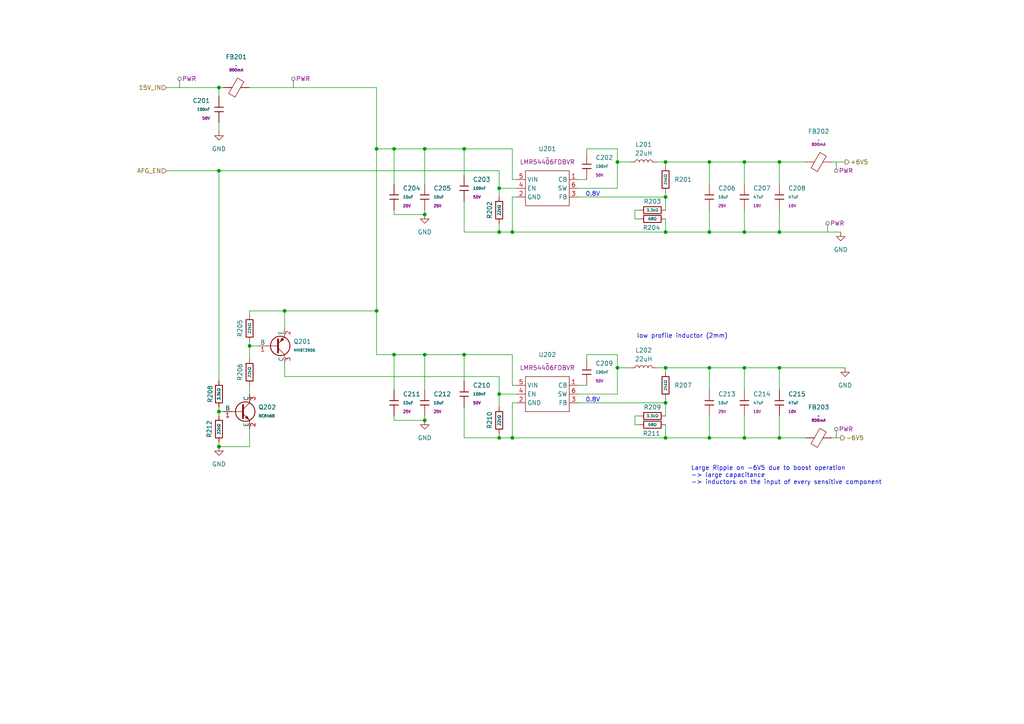
<source format=kicad_sch>
(kicad_sch (version 20250114) (generator "eeschema") (generator_version "9.0")
  (paper "A4")
  (title_block (title "AWG for DHO8/900") (date "2025-05") (rev "V1") (company "M. Zimmermann"))
  (lib_symbols
    (symbol "0603,3.3kΩ_1" (pin_numbers (hide yes)) (pin_names (offset 0))
      (property "Reference" "R" (at 1.778 0 0))
      (property "Value" "3.3kΩ" (at 0 0 90))
      (symbol "0603,3.3kΩ_1_1_1"
        (pin passive line (at 0 3.81 270) (length 1.27) (name "~") (number "1"))
        (pin passive line (at 0 -3.81 90) (length 1.27) (name "~") (number "2"))
      )
    )
    (symbol "AWG_Symbol:LMR54406FDBVR"
      (property "Reference" "U" (at 0 0 0))
      (property "Manufacturer Part" "LMR54406FDBVR" (at 0 0 0))
      (symbol "LMR54406FDBVR_1_0"
        (pin unspecified line (at -8.89 2.54 0) (length 2.54) (name "VIN") (number "5"))
        (pin unspecified line (at -8.89 0 0) (length 2.54) (name "EN") (number "4"))
        (pin unspecified line (at -8.89 -2.54 0) (length 2.54) (name "GND") (number "2"))
        (pin unspecified line (at 8.89 2.54 180) (length 2.54) (name "CB") (number "1"))
        (pin unspecified line (at 8.89 0 180) (length 2.54) (name "SW") (number "6"))
        (pin unspecified line (at 8.89 -2.54 180) (length 2.54) (name "FB") (number "3"))
      )
    )
    (symbol "AWG_Symbol:LQH5BPN220MT0L" (pin_numbers (hide yes)) (pin_names (offset 1.016) (hide yes))
      (property "Reference" "L" (at -1.27 0 90))
      (property "Value" "22uH" (at 1.905 0 90))
      (symbol "LQH5BPN220MT0L_1_1"
        (pin passive line (at 0 3.81 270) (length 1.27) (name "1") (number "1"))
        (pin passive line (at 0 -3.81 90) (length 1.27) (name "2") (number "2"))
      )
    )
    (symbol "PCM_JLCPCB-Capacitors:0603,100nF" (pin_numbers (hide yes)) (pin_names (offset 0))
      (property "Reference" "C" (at 2.032 1.668 0))
      (property "Value" "100nF" (at 2.032 -0.3782 0))
      (property "Voltage Rated" "50V" (at 2.032 -2.0462 0))
      (symbol "0603,100nF_1_1"
        (pin passive line (at 0 3.81 270) (length 3.175) (name "~") (number "1"))
        (pin passive line (at 0 -3.81 90) (length 3.175) (name "~") (number "2"))
      )
    )
    (symbol "PCM_JLCPCB-Capacitors:0805,10uF" (pin_numbers (hide yes)) (pin_names (offset 0))
      (property "Reference" "C" (at 2.032 1.668 0))
      (property "Value" "10uF" (at 2.032 -0.3782 0))
      (property "Voltage Rated" "25V" (at 2.032 -2.0462 0))
      (symbol "0805,10uF_1_1"
        (pin passive line (at 0 3.81 270) (length 3.175) (name "~") (number "1"))
        (pin passive line (at 0 -3.81 90) (length 3.175) (name "~") (number "2"))
      )
    )
    (symbol "PCM_JLCPCB-Capacitors:1206,47uF" (pin_numbers (hide yes)) (pin_names (offset 0))
      (property "Reference" "C" (at 2.032 1.668 0))
      (property "Value" "47uF" (at 2.032 -0.3782 0))
      (property "Voltage Rated" "10V" (at 2.032 -2.0462 0))
      (symbol "1206,47uF_1_1"
        (pin passive line (at 0 3.81 270) (length 3.175) (name "~") (number "1"))
        (pin passive line (at 0 -3.81 90) (length 3.175) (name "~") (number "2"))
      )
    )
    (symbol "PCM_JLCPCB-Inductors:Ferrite,0805" (pin_numbers (hide yes)) (pin_names (offset 0))
      (property "Reference" "FB" (at 3.4036 1.2508 0))
      (property "Current Rating" "800mA" (at 3.4036 -1.5274 0))
      (symbol "Ferrite,0805_1_1"
        (pin passive line (at 0 3.81 270) (length 2.54) (name "~") (number "1"))
        (pin passive line (at 0 -3.81 90) (length 2.54) (name "~") (number "2"))
      )
    )
    (symbol "PCM_JLCPCB-Resistors:0603,22kΩ" (pin_numbers (hide yes)) (pin_names (offset 0))
      (property "Reference" "R" (at 1.778 0 0))
      (property "Value" "22kΩ" (at 0 0 90))
      (symbol "0603,22kΩ_1_1"
        (pin passive line (at 0 3.81 270) (length 1.27) (name "~") (number "1"))
        (pin passive line (at 0 -3.81 90) (length 1.27) (name "~") (number "2"))
      )
    )
    (symbol "PCM_JLCPCB-Resistors:0603,24kΩ" (pin_numbers (hide yes)) (pin_names (offset 0))
      (property "Reference" "R" (at 1.778 0 0))
      (property "Value" "24kΩ" (at 0 0 90))
      (symbol "0603,24kΩ_1_1"
        (pin passive line (at 0 3.81 270) (length 1.27) (name "~") (number "1"))
        (pin passive line (at 0 -3.81 90) (length 1.27) (name "~") (number "2"))
      )
    )
    (symbol "PCM_JLCPCB-Resistors:0603,3.3kΩ" (pin_numbers (hide yes)) (pin_names (offset 0))
      (property "Reference" "R" (at 1.778 0 0))
      (property "Value" "3.3kΩ" (at 0 0 90))
      (symbol "0603,3.3kΩ_1_1"
        (pin passive line (at 0 3.81 270) (length 1.27) (name "~") (number "1"))
        (pin passive line (at 0 -3.81 90) (length 1.27) (name "~") (number "2"))
      )
    )
    (symbol "PCM_JLCPCB-Resistors:0603,68Ω" (pin_numbers (hide yes)) (pin_names (offset 0))
      (property "Reference" "R" (at 1.778 0 0))
      (property "Value" "68Ω" (at 0 0 90))
      (symbol "0603,68Ω_1_1"
        (pin passive line (at 0 3.81 270) (length 1.27) (name "~") (number "1"))
        (pin passive line (at 0 -3.81 90) (length 1.27) (name "~") (number "2"))
      )
    )
    (symbol "PCM_JLCPCB-Transistors:NPN,BC846B" (pin_names (offset 0))
      (property "Reference" "Q" (at 4.8514 0.834 0))
      (property "Value" "BC846B" (at 4.8514 -1.2122 0))
      (symbol "NPN,BC846B_1_1"
        (pin input line (at -5.08 0 0) (length 2.54) (name "B") (number "1"))
        (pin open_collector line (at 2.54 5.08 270) (length 2.54) (name "C") (number "3"))
        (pin open_emitter line (at 2.54 -5.08 90) (length 2.54) (name "E") (number "2"))
      )
    )
    (symbol "PCM_JLCPCB-Transistors:PNP,MMBT3906" (pin_names (offset 0))
      (property "Reference" "Q" (at 4.8514 0.834 0))
      (property "Value" "MMBT3906" (at 4.8514 -1.2122 0))
      (symbol "PNP,MMBT3906_1_1"
        (pin input line (at -5.08 0 0) (length 2.54) (name "B") (number "1"))
        (pin open_collector line (at 2.54 5.08 270) (length 2.54) (name "C") (number "3"))
        (pin open_emitter line (at 2.54 -5.08 90) (length 2.54) (name "E") (number "2"))
      )
    )
    (symbol "power:GND" (power) (pin_numbers (hide yes)) (pin_names (offset 0) (hide yes))
      (property "Value" "GND" (at 0 -3.81 0))
      (symbol "GND_1_1"
        (pin power_in line (at 0 0 270) (length 0) (name "~") (number "1"))
      )
    )
  )
  (text "0.8V" (at 171.958 56.388 0) (effects (font (size 1.27 1.27))))
  (text "0.8V" (at 171.958 116.078 0) (effects (font (size 1.27 1.27))))
  (text "Large Ripple on -6V5 due to boost operation\n-> large capacitance\n-> inductors on the input of every sensitive component" (at 200.406 137.922 0) (effects (font (size 1.27 1.27)) (justify left)))
  (text "low profile inductor (2mm)" (at 184.658 97.536 0) (effects (font (size 1.27 1.27)) (justify left)))
  (junction (at 226.06 46.99))
  (junction (at 205.74 127))
  (junction (at 144.78 114.3))
  (junction (at 215.9 67.31))
  (junction (at 215.9 106.68))
  (junction (at 226.06 127))
  (junction (at 134.62 102.87))
  (junction (at 63.5 119.38))
  (junction (at 193.04 116.84))
  (junction (at 193.04 127))
  (junction (at 179.07 46.99))
  (junction (at 114.3 43.18))
  (junction (at 179.07 106.68))
  (junction (at 205.74 46.99))
  (junction (at 63.5 49.53))
  (junction (at 123.19 121.92))
  (junction (at 72.39 100.33))
  (junction (at 109.22 43.18))
  (junction (at 82.55 90.17))
  (junction (at 114.3 102.87))
  (junction (at 144.78 54.61))
  (junction (at 123.19 62.23))
  (junction (at 144.78 127))
  (junction (at 109.22 90.17))
  (junction (at 215.9 127))
  (junction (at 226.06 106.68))
  (junction (at 63.5 129.54))
  (junction (at 63.5 25.4))
  (junction (at 215.9 46.99))
  (junction (at 226.06 67.31))
  (junction (at 193.04 67.31))
  (junction (at 205.74 106.68))
  (junction (at 193.04 46.99))
  (junction (at 193.04 106.68))
  (junction (at 148.59 67.31))
  (junction (at 123.19 102.87))
  (junction (at 144.78 67.31))
  (junction (at 148.59 127))
  (junction (at 193.04 57.15))
  (junction (at 134.62 43.18))
  (junction (at 205.74 67.31))
  (junction (at 123.19 43.18))
  (wire (pts (xy 144.78 114.3) (xy 149.86 114.3)))
  (wire (pts (xy 144.78 54.61) (xy 144.78 57.15)))
  (wire (pts (xy 205.74 120.65) (xy 205.74 127)))
  (wire (pts (xy 148.59 57.15) (xy 148.59 67.31)))
  (wire (pts (xy 134.62 127) (xy 144.78 127)))
  (wire (pts (xy 205.74 113.03) (xy 205.74 106.68)))
  (wire (pts (xy 134.62 102.87) (xy 148.59 102.87)))
  (wire (pts (xy 109.22 25.4) (xy 109.22 43.18)))
  (wire (pts (xy 72.39 111.76) (xy 72.39 114.3)))
  (wire (pts (xy 215.9 60.96) (xy 215.9 67.31)))
  (wire (pts (xy 72.39 90.17) (xy 72.39 91.44)))
  (wire (pts (xy 134.62 43.18) (xy 134.62 50.8)))
  (wire (pts (xy 123.19 102.87) (xy 134.62 102.87)))
  (wire (pts (xy 185.42 123.19) (xy 184.15 123.19)))
  (wire (pts (xy 179.07 43.18) (xy 179.07 46.99)))
  (wire (pts (xy 72.39 129.54) (xy 72.39 124.46)))
  (wire (pts (xy 185.42 63.5) (xy 184.15 63.5)))
  (wire (pts (xy 134.62 118.11) (xy 134.62 127)))
  (wire (pts (xy 226.06 53.34) (xy 226.06 46.99)))
  (wire (pts (xy 63.5 49.53) (xy 63.5 110.49)))
  (wire (pts (xy 193.04 107.95) (xy 193.04 106.68)))
  (wire (pts (xy 184.15 123.19) (xy 184.15 120.65)))
  (wire (pts (xy 148.59 127) (xy 193.04 127)))
  (wire (pts (xy 109.22 43.18) (xy 114.3 43.18)))
  (wire (pts (xy 226.06 127) (xy 233.68 127)))
  (wire (pts (xy 215.9 46.99) (xy 226.06 46.99)))
  (wire (pts (xy 109.22 102.87) (xy 114.3 102.87)))
  (wire (pts (xy 193.04 106.68) (xy 205.74 106.68)))
  (wire (pts (xy 123.19 60.96) (xy 123.19 62.23)))
  (wire (pts (xy 205.74 67.31) (xy 215.9 67.31)))
  (wire (pts (xy 63.5 119.38) (xy 63.5 120.65)))
  (wire (pts (xy 226.06 67.31) (xy 226.06 60.96)))
  (wire (pts (xy 193.04 115.57) (xy 193.04 116.84)))
  (wire (pts (xy 109.22 90.17) (xy 109.22 43.18)))
  (wire (pts (xy 123.19 43.18) (xy 134.62 43.18)))
  (wire (pts (xy 144.78 54.61) (xy 149.86 54.61)))
  (wire (pts (xy 167.64 57.15) (xy 193.04 57.15)))
  (wire (pts (xy 72.39 100.33) (xy 74.93 100.33)))
  (wire (pts (xy 167.64 52.07) (xy 170.18 52.07)))
  (wire (pts (xy 170.18 102.87) (xy 179.07 102.87)))
  (wire (pts (xy 123.19 120.65) (xy 123.19 121.92)))
  (wire (pts (xy 148.59 111.76) (xy 148.59 102.87)))
  (wire (pts (xy 184.15 120.65) (xy 185.42 120.65)))
  (wire (pts (xy 179.07 102.87) (xy 179.07 106.68)))
  (wire (pts (xy 144.78 114.3) (xy 144.78 118.11)))
  (wire (pts (xy 63.5 119.38) (xy 64.77 119.38)))
  (wire (pts (xy 193.04 106.68) (xy 190.5 106.68)))
  (wire (pts (xy 63.5 128.27) (xy 63.5 129.54)))
  (wire (pts (xy 215.9 106.68) (xy 226.06 106.68)))
  (wire (pts (xy 215.9 113.03) (xy 215.9 106.68)))
  (wire (pts (xy 148.59 67.31) (xy 193.04 67.31)))
  (wire (pts (xy 72.39 99.06) (xy 72.39 100.33)))
  (wire (pts (xy 144.78 114.3) (xy 144.78 109.22)))
  (wire (pts (xy 193.04 67.31) (xy 205.74 67.31)))
  (wire (pts (xy 114.3 60.96) (xy 114.3 62.23)))
  (wire (pts (xy 205.74 60.96) (xy 205.74 67.31)))
  (wire (pts (xy 114.3 43.18) (xy 123.19 43.18)))
  (wire (pts (xy 193.04 123.19) (xy 193.04 127)))
  (wire (pts (xy 167.64 54.61) (xy 179.07 54.61)))
  (wire (pts (xy 48.26 49.53) (xy 63.5 49.53)))
  (wire (pts (xy 63.5 129.54) (xy 72.39 129.54)))
  (wire (pts (xy 114.3 121.92) (xy 123.19 121.92)))
  (wire (pts (xy 167.64 116.84) (xy 193.04 116.84)))
  (wire (pts (xy 48.26 25.4) (xy 63.5 25.4)))
  (wire (pts (xy 241.3 46.99) (xy 245.11 46.99)))
  (wire (pts (xy 114.3 62.23) (xy 123.19 62.23)))
  (wire (pts (xy 215.9 120.65) (xy 215.9 127)))
  (wire (pts (xy 144.78 67.31) (xy 144.78 64.77)))
  (wire (pts (xy 149.86 52.07) (xy 148.59 52.07)))
  (wire (pts (xy 82.55 90.17) (xy 82.55 95.25)))
  (wire (pts (xy 167.64 114.3) (xy 179.07 114.3)))
  (wire (pts (xy 215.9 53.34) (xy 215.9 46.99)))
  (wire (pts (xy 109.22 90.17) (xy 109.22 102.87)))
  (wire (pts (xy 63.5 35.56) (xy 63.5 38.1)))
  (wire (pts (xy 205.74 46.99) (xy 215.9 46.99)))
  (wire (pts (xy 114.3 43.18) (xy 114.3 53.34)))
  (wire (pts (xy 215.9 127) (xy 226.06 127)))
  (wire (pts (xy 226.06 106.68) (xy 226.06 113.03)))
  (wire (pts (xy 114.3 120.65) (xy 114.3 121.92)))
  (wire (pts (xy 193.04 55.88) (xy 193.04 57.15)))
  (wire (pts (xy 149.86 111.76) (xy 148.59 111.76)))
  (wire (pts (xy 226.06 106.68) (xy 245.11 106.68)))
  (wire (pts (xy 144.78 49.53) (xy 144.78 54.61)))
  (wire (pts (xy 114.3 102.87) (xy 123.19 102.87)))
  (wire (pts (xy 114.3 102.87) (xy 114.3 113.03)))
  (wire (pts (xy 179.07 106.68) (xy 182.88 106.68)))
  (wire (pts (xy 193.04 116.84) (xy 193.04 120.65)))
  (wire (pts (xy 134.62 102.87) (xy 134.62 110.49)))
  (wire (pts (xy 134.62 58.42) (xy 134.62 67.31)))
  (wire (pts (xy 226.06 127) (xy 226.06 120.65)))
  (wire (pts (xy 72.39 25.4) (xy 109.22 25.4)))
  (wire (pts (xy 167.64 111.76) (xy 170.18 111.76)))
  (wire (pts (xy 148.59 52.07) (xy 148.59 43.18)))
  (wire (pts (xy 193.04 63.5) (xy 193.04 67.31)))
  (wire (pts (xy 148.59 116.84) (xy 148.59 127)))
  (wire (pts (xy 144.78 49.53) (xy 63.5 49.53)))
  (wire (pts (xy 215.9 67.31) (xy 226.06 67.31)))
  (wire (pts (xy 144.78 67.31) (xy 148.59 67.31)))
  (wire (pts (xy 241.3 127) (xy 243.84 127)))
  (wire (pts (xy 193.04 48.26) (xy 193.04 46.99)))
  (wire (pts (xy 179.07 54.61) (xy 179.07 46.99)))
  (wire (pts (xy 170.18 44.45) (xy 170.18 43.18)))
  (wire (pts (xy 226.06 46.99) (xy 233.68 46.99)))
  (wire (pts (xy 144.78 127) (xy 148.59 127)))
  (wire (pts (xy 63.5 25.4) (xy 64.77 25.4)))
  (wire (pts (xy 123.19 102.87) (xy 123.19 113.03)))
  (wire (pts (xy 205.74 53.34) (xy 205.74 46.99)))
  (wire (pts (xy 149.86 57.15) (xy 148.59 57.15)))
  (wire (pts (xy 170.18 104.14) (xy 170.18 102.87)))
  (wire (pts (xy 149.86 116.84) (xy 148.59 116.84)))
  (wire (pts (xy 179.07 46.99) (xy 182.88 46.99)))
  (wire (pts (xy 193.04 46.99) (xy 190.5 46.99)))
  (wire (pts (xy 72.39 100.33) (xy 72.39 104.14)))
  (wire (pts (xy 193.04 57.15) (xy 193.04 60.96)))
  (wire (pts (xy 134.62 43.18) (xy 148.59 43.18)))
  (wire (pts (xy 82.55 90.17) (xy 72.39 90.17)))
  (wire (pts (xy 179.07 114.3) (xy 179.07 106.68)))
  (wire (pts (xy 63.5 118.11) (xy 63.5 119.38)))
  (wire (pts (xy 63.5 27.94) (xy 63.5 25.4)))
  (wire (pts (xy 82.55 90.17) (xy 109.22 90.17)))
  (wire (pts (xy 170.18 43.18) (xy 179.07 43.18)))
  (wire (pts (xy 144.78 125.73) (xy 144.78 127)))
  (wire (pts (xy 123.19 43.18) (xy 123.19 53.34)))
  (wire (pts (xy 193.04 46.99) (xy 205.74 46.99)))
  (wire (pts (xy 226.06 67.31) (xy 243.84 67.31)))
  (wire (pts (xy 193.04 127) (xy 205.74 127)))
  (wire (pts (xy 82.55 109.22) (xy 144.78 109.22)))
  (wire (pts (xy 205.74 127) (xy 215.9 127)))
  (wire (pts (xy 184.15 60.96) (xy 184.15 63.5)))
  (wire (pts (xy 134.62 67.31) (xy 144.78 67.31)))
  (wire (pts (xy 184.15 60.96) (xy 185.42 60.96)))
  (wire (pts (xy 205.74 106.68) (xy 215.9 106.68)))
  (wire (pts (xy 82.55 109.22) (xy 82.55 105.41)))
  (hierarchical_label "+6V5" (shape output) (at 245.11 46.99 0))
  (hierarchical_label "AFG_EN" (shape input) (at 48.26 49.53 180))
  (hierarchical_label "15V_IN" (shape input) (at 48.26 25.4 180))
  (hierarchical_label "-6V5" (shape output) (at 243.84 127 0))
  (netclass_flag "" (length 2.54) (shape round) (at 242.57 46.99 180) (property "Netclass" "PWR" (at 243.2685 49.53 0) (effects (justify left))))
  (netclass_flag "" (length 2.54) (shape round) (at 52.07 25.4 0) (property "Netclass" "PWR" (at 52.7685 22.86 0) (effects (justify left))))
  (netclass_flag "" (length 2.54) (shape round) (at 240.03 67.31 0) (property "Netclass" "PWR" (at 240.7285 64.77 0) (effects (justify left))))
  (netclass_flag "" (length 2.54) (shape round) (at 85.09 25.4 0) (property "Netclass" "PWR" (at 85.7885 22.86 0) (effects (justify left))))
  (netclass_flag "" (length 2.54) (shape round) (at 242.57 127 0) (property "Netclass" "PWR" (at 243.2685 124.46 0) (effects (justify left))))
  (symbol (lib_id "PCM_JLCPCB-Capacitors:0603,100nF") (at 134.62 114.3 0) (unit 1)
    (property "Reference" "C210" (at 137.16 111.7599 0) (effects (justify left)))
    (property "Value" "100nF" (at 137.16 114.3 0) (effects (font (size 0.8 0.8)) (justify left)))
    (property "Footprint" "PCM_JLCPCB:C_0603" (effects (hide yes)))
    (property "Datasheet" "https://www.lcsc.com/datasheet/lcsc_datasheet_2211101700_YAGEO-CC0603KRX7R9BB104_C14663.pdf" (effects (hide yes)))
    (property "Description" "50V 100nF X7R ±10% 0603 Multilayer Ceramic Capacitors MLCC - SMD/SMT ROHS" (effects (hide yes)))
    (property "LCSC" "C14663" (effects (hide yes)))
    (property "Stock" "53144328" (effects (hide yes)))
    (property "Price" "0.006USD" (effects (hide yes)))
    (property "Process" "SMT" (effects (hide yes)))
    (property "Minimum Qty" "20" (effects (hide yes)))
    (property "Attrition Qty" "6" (effects (hide yes)))
    (property "Class" "Basic Component" (effects (hide yes)))
    (property "Category" "Capacitors,Multilayer Ceramic Capacitors MLCC - SMD/SMT" (effects (hide yes)))
    (property "Manufacturer" "YAGEO" (effects (hide yes)))
    (property "Part" "CC0603KRX7R9BB104" (effects (hide yes)))
    (property "Voltage Rated" "50V" (at 137.16 116.84 0) (effects (font (size 0.8 0.8)) (justify left)))
    (property "Tolerance" "±10%" (effects (hide yes)))
    (property "Capacitance" "100nF" (effects (hide yes)))
    (property "Temperature Coefficient" "X7R" (effects (hide yes)))
  )
  (symbol (lib_id "power:GND") (at 63.5 38.1 0) (unit 1)
    (property "Reference" "#PWR0201" (effects (hide yes)))
    (property "Value" "GND" (at 63.5 43.18 0))
    (property "Description" "Power symbol creates a global label with name \"GND\" , ground" (effects (hide yes)))
  )
  (symbol (lib_id "PCM_JLCPCB-Resistors:0603,3.3kΩ") (at 63.5 114.3 0) (mirror y) (unit 1)
    (property "Reference" "R208" (at 60.96 116.84 90) (effects (justify left)))
    (property "Value" "3.3kΩ" (at 63.5 114.3 90) (effects (font (size 0.8 0.8))))
    (property "Footprint" "PCM_JLCPCB:R_0603" (effects (hide yes)))
    (property "Datasheet" "https://www.lcsc.com/datasheet/lcsc_datasheet_2206010116_UNI-ROYAL-Uniroyal-Elec-0603WAF3301T5E_C22978.pdf" (effects (hide yes)))
    (property "Description" "100mW Thick Film Resistors 75V ±100ppm/°C ±1% 3.3kΩ 0603 Chip Resistor - Surface Mount ROHS" (effects (hide yes)))
    (property "LCSC" "C22978" (effects (hide yes)))
    (property "Stock" "2806148" (effects (hide yes)))
    (property "Price" "0.004USD" (effects (hide yes)))
    (property "Process" "SMT" (effects (hide yes)))
    (property "Minimum Qty" "20" (effects (hide yes)))
    (property "Attrition Qty" "10" (effects (hide yes)))
    (property "Class" "Basic Component" (effects (hide yes)))
    (property "Category" "Resistors,Chip Resistor - Surface Mount" (effects (hide yes)))
    (property "Manufacturer" "UNI-ROYAL(Uniroyal Elec)" (effects (hide yes)))
    (property "Part" "0603WAF3301T5E" (effects (hide yes)))
    (property "Resistance" "3.3kΩ" (effects (hide yes)))
    (property "Power(Watts)" "100mW" (effects (hide yes)))
    (property "Type" "Thick Film Resistors" (effects (hide yes)))
    (property "Overload Voltage (Max)" "75V" (effects (hide yes)))
    (property "Operating Temperature Range" "-55°C~+155°C" (effects (hide yes)))
    (property "Tolerance" "±1%" (effects (hide yes)))
    (property "Temperature Coefficient" "±100ppm/°C" (effects (hide yes)))
  )
  (symbol (lib_id "AWG_Symbol:LMR54406FDBVR") (at 158.75 54.61 0) (unit 1)
    (property "Reference" "U201" (at 158.75 43.18 0))
    (property "Value" "~" (at 158.75 45.72 0))
    (property "Footprint" "Package_TO_SOT_SMD:SOT-23-6" (effects (hide yes)))
    (property "Datasheet" "https://www.ti.com/lit/ds/symlink/lmr54406.pdf" (effects (hide yes)))
    (property "Description" "Function:Step-down type Output Type:Adjustable Input Voltage:4V~36V Input Voltage:4V~36V Output Voltage:800mV~28V Output Voltage:800mV~28V Output Current:1A Switching Frequency:1.1MHz Switching Frequency:1.1MHz Operating Temperature:-40°C~+125°C Operating T" (effects (hide yes)))
    (property "Manufacturer Part" "LMR54406FDBVR" (at 158.75 46.99 0))
    (property "Manufacturer" "TI" (effects (hide yes)))
    (property "Supplier Part" "C3193129" (effects (hide yes)))
    (property "Supplier" "LCSC" (effects (hide yes)))
    (property "LCSC" "C3193129" (effects (hide yes)))
  )
  (symbol (lib_id "power:GND") (at 243.84 67.31 0) (unit 1)
    (property "Reference" "#PWR0203" (effects (hide yes)))
    (property "Value" "GND" (at 243.84 72.39 0))
    (property "Description" "Power symbol creates a global label with name \"GND\" , ground" (effects (hide yes)))
  )
  (symbol (lib_id "PCM_JLCPCB-Resistors:0603,24kΩ") (at 193.04 111.76 0) (unit 1)
    (property "Reference" "R207" (at 195.58 111.7599 0) (effects (justify left)))
    (property "Value" "24kΩ" (at 193.04 111.76 90) (effects (font (size 0.8 0.8))))
    (property "Footprint" "PCM_JLCPCB:R_0603" (effects (hide yes)))
    (property "Datasheet" "https://www.lcsc.com/datasheet/lcsc_datasheet_2206010100_UNI-ROYAL-Uniroyal-Elec-0603WAF2402T5E_C23352.pdf" (effects (hide yes)))
    (property "Description" "100mW Thick Film Resistors 75V ±100ppm/°C ±1% 24kΩ 0603 Chip Resistor - Surface Mount ROHS" (effects (hide yes)))
    (property "LCSC" "C23352" (effects (hide yes)))
    (property "Stock" "468026" (effects (hide yes)))
    (property "Price" "0.004USD" (effects (hide yes)))
    (property "Process" "SMT" (effects (hide yes)))
    (property "Minimum Qty" "20" (effects (hide yes)))
    (property "Attrition Qty" "10" (effects (hide yes)))
    (property "Class" "Basic Component" (effects (hide yes)))
    (property "Category" "Resistors,Chip Resistor - Surface Mount" (effects (hide yes)))
    (property "Manufacturer" "UNI-ROYAL(Uniroyal Elec)" (effects (hide yes)))
    (property "Part" "0603WAF2402T5E" (effects (hide yes)))
    (property "Resistance" "24kΩ" (effects (hide yes)))
    (property "Power(Watts)" "100mW" (effects (hide yes)))
    (property "Type" "Thick Film Resistors" (effects (hide yes)))
    (property "Overload Voltage (Max)" "75V" (effects (hide yes)))
    (property "Operating Temperature Range" "-55°C~+155°C" (effects (hide yes)))
    (property "Tolerance" "±1%" (effects (hide yes)))
    (property "Temperature Coefficient" "±100ppm/°C" (effects (hide yes)))
  )
  (symbol (lib_id "PCM_JLCPCB-Transistors:PNP,MMBT3906") (at 80.01 100.33 0) (mirror x) (unit 1)
    (property "Reference" "Q201" (at 85.09 99.0599 0) (effects (justify left)))
    (property "Value" "MMBT3906" (at 85.09 101.6 0) (effects (font (size 0.8 0.8)) (justify left)))
    (property "Footprint" "PCM_JLCPCB:Q_SOT-23" (effects (hide yes)))
    (property "Datasheet" "https://wmsc.lcsc.com/wmsc/upload/file/pdf/v2/lcsc/2312221203_hongjiacheng-MMBT3906_C7420354.pdf" (effects (hide yes)))
    (property "Description" "40V 300mW 100@10mA,1.0V 200mA PNP SOT-23 Bipolar (BJT) ROHS" (effects (hide yes)))
    (property "LCSC" "C7420354" (effects (hide yes)))
    (property "Stock" "210361" (effects (hide yes)))
    (property "Price" "0.013USD" (effects (hide yes)))
    (property "Process" "SMT" (effects (hide yes)))
    (property "Minimum Qty" "10" (effects (hide yes)))
    (property "Attrition Qty" "5" (effects (hide yes)))
    (property "Class" "Preferred Component" (effects (hide yes)))
    (property "Category" "Triode/MOS Tube/Transistor,Bipolar Transistors - BJT" (effects (hide yes)))
    (property "Manufacturer" "hongjiacheng" (effects (hide yes)))
    (property "Part" "MMBT3906" (effects (hide yes)))
    (property "Transition Frequency (fT)" "300MHz" (effects (hide yes)))
    (property "Operating Temperature" "-55°C~+150°C" (effects (hide yes)))
    (property "Collector Cut-Off Current (Icbo)" "0.1uA" (effects (hide yes)))
    (property "Transistor Type" "PNP" (effects (hide yes)))
    (property "DC Current Gain (hFE@Ic,Vce)" "100@10mA,1.0V" (effects (hide yes)))
    (property "Power Dissipation (Pd)" "300mW" (effects (hide yes)))
    (property "Collector Current (Ic)" "null" (effects (hide yes)))
    (property "Collector-Emitter Saturation Voltage (VCE(sat)@Ic,Ib)" "0.3V@50mA,5.0mA" (effects (hide yes)))
    (property "Collector-Emitter Breakdown Voltage (Vceo)" "null" (effects (hide yes)))
  )
  (symbol (lib_id "PCM_JLCPCB-Transistors:NPN,BC846B") (at 69.85 119.38 0) (unit 1)
    (property "Reference" "Q202" (at 74.93 118.1099 0) (effects (justify left)))
    (property "Value" "BC846B" (at 74.93 120.65 0) (effects (font (size 0.8 0.8)) (justify left)))
    (property "Footprint" "PCM_JLCPCB:Q_SOT-23" (effects (hide yes)))
    (property "Datasheet" "https://wmsc.lcsc.com/wmsc/upload/file/pdf/v2/lcsc/2312291746_hongjiacheng-BC846B_C20069134.pdf" (effects (hide yes)))
    (property "Description" "65V 200mW 200@2.0mA,5.0V 100mA NPN SOT-23 Bipolar (BJT) ROHS" (effects (hide yes)))
    (property "LCSC" "C20069134" (effects (hide yes)))
    (property "Stock" "62998" (effects (hide yes)))
    (property "Price" "0.015USD" (effects (hide yes)))
    (property "Process" "SMT" (effects (hide yes)))
    (property "Minimum Qty" "10" (effects (hide yes)))
    (property "Attrition Qty" "4" (effects (hide yes)))
    (property "Class" "Preferred Component" (effects (hide yes)))
    (property "Category" "Triode/MOS Tube/Transistor,Bipolar Transistors - BJT" (effects (hide yes)))
    (property "Manufacturer" "hongjiacheng" (effects (hide yes)))
    (property "Part" "BC846B" (effects (hide yes)))
  )
  (symbol (lib_id "PCM_JLCPCB-Capacitors:0603,100nF") (at 170.18 48.26 0) (unit 1)
    (property "Reference" "C202" (at 172.72 45.7199 0) (effects (justify left)))
    (property "Value" "100nF" (at 172.72 48.26 0) (effects (font (size 0.8 0.8)) (justify left)))
    (property "Footprint" "PCM_JLCPCB:C_0603" (effects (hide yes)))
    (property "Datasheet" "https://www.lcsc.com/datasheet/lcsc_datasheet_2211101700_YAGEO-CC0603KRX7R9BB104_C14663.pdf" (effects (hide yes)))
    (property "Description" "50V 100nF X7R ±10% 0603 Multilayer Ceramic Capacitors MLCC - SMD/SMT ROHS" (effects (hide yes)))
    (property "LCSC" "C14663" (effects (hide yes)))
    (property "Stock" "53144328" (effects (hide yes)))
    (property "Price" "0.006USD" (effects (hide yes)))
    (property "Process" "SMT" (effects (hide yes)))
    (property "Minimum Qty" "20" (effects (hide yes)))
    (property "Attrition Qty" "6" (effects (hide yes)))
    (property "Class" "Basic Component" (effects (hide yes)))
    (property "Category" "Capacitors,Multilayer Ceramic Capacitors MLCC - SMD/SMT" (effects (hide yes)))
    (property "Manufacturer" "YAGEO" (effects (hide yes)))
    (property "Part" "CC0603KRX7R9BB104" (effects (hide yes)))
    (property "Voltage Rated" "50V" (at 172.72 50.8 0) (effects (font (size 0.8 0.8)) (justify left)))
    (property "Tolerance" "±10%" (effects (hide yes)))
    (property "Capacitance" "100nF" (effects (hide yes)))
    (property "Temperature Coefficient" "X7R" (effects (hide yes)))
  )
  (symbol (lib_id "PCM_JLCPCB-Capacitors:0805,10uF") (at 123.19 116.84 0) (unit 1)
    (property "Reference" "C212" (at 125.73 114.2999 0) (effects (justify left)))
    (property "Value" "10uF" (at 125.73 116.84 0) (effects (font (size 0.8 0.8)) (justify left)))
    (property "Footprint" "PCM_JLCPCB:C_0805" (effects (hide yes)))
    (property "Datasheet" "https://www.lcsc.com/datasheet/lcsc_datasheet_2304140030_Samsung-Electro-Mechanics-CL21A106KAYNNNE_C15850.pdf" (effects (hide yes)))
    (property "Description" "25V 10uF X5R ±10% 0805 Multilayer Ceramic Capacitors MLCC - SMD/SMT ROHS" (effects (hide yes)))
    (property "LCSC" "C15850" (effects (hide yes)))
    (property "Stock" "12667140" (effects (hide yes)))
    (property "Price" "0.013USD" (effects (hide yes)))
    (property "Process" "SMT" (effects (hide yes)))
    (property "Minimum Qty" "20" (effects (hide yes)))
    (property "Attrition Qty" "10" (effects (hide yes)))
    (property "Class" "Basic Component" (effects (hide yes)))
    (property "Category" "Capacitors,Multilayer Ceramic Capacitors MLCC - SMD/SMT" (effects (hide yes)))
    (property "Manufacturer" "Samsung Electro-Mechanics" (effects (hide yes)))
    (property "Part" "CL21A106KAYNNNE" (effects (hide yes)))
    (property "Voltage Rated" "25V" (at 125.73 119.38 0) (effects (font (size 0.8 0.8)) (justify left)))
    (property "Tolerance" "±10%" (effects (hide yes)))
    (property "Capacitance" "10uF" (effects (hide yes)))
    (property "Temperature Coefficient" "X5R" (effects (hide yes)))
  )
  (symbol (lib_id "PCM_JLCPCB-Capacitors:1206,47uF") (at 226.06 116.84 0) (unit 1)
    (property "Reference" "C215" (at 228.6 114.2999 0) (effects (justify left)))
    (property "Value" "47uF" (at 228.6 116.84 0) (effects (font (size 0.8 0.8)) (justify left)))
    (property "Footprint" "PCM_JLCPCB:C_1206" (effects (hide yes)))
    (property "Datasheet" "https://www.lcsc.com/datasheet/lcsc_datasheet_2304140030_Samsung-Electro-Mechanics-CL31A476MPHNNNE_C96123.pdf" (effects (hide yes)))
    (property "Description" "10V 47uF X5R ±20% 1206 Multilayer Ceramic Capacitors MLCC - SMD/SMT ROHS" (effects (hide yes)))
    (property "LCSC" "C96123" (effects (hide yes)))
    (property "Stock" "706983" (effects (hide yes)))
    (property "Price" "0.069USD" (effects (hide yes)))
    (property "Process" "SMT" (effects (hide yes)))
    (property "Minimum Qty" "5" (effects (hide yes)))
    (property "Attrition Qty" "2" (effects (hide yes)))
    (property "Class" "Basic Component" (effects (hide yes)))
    (property "Category" "Capacitors,Multilayer Ceramic Capacitors MLCC - SMD/SMT" (effects (hide yes)))
    (property "Manufacturer" "Samsung Electro-Mechanics" (effects (hide yes)))
    (property "Part" "CL31A476MPHNNNE" (effects (hide yes)))
    (property "Voltage Rated" "10V" (at 228.6 119.38 0) (effects (font (size 0.8 0.8)) (justify left)))
    (property "Tolerance" "±20%" (effects (hide yes)))
    (property "Capacitance" "47uF" (effects (hide yes)))
    (property "Temperature Coefficient" "X5R" (effects (hide yes)))
  )
  (symbol (lib_id "PCM_JLCPCB-Capacitors:0805,10uF") (at 114.3 57.15 0) (unit 1)
    (property "Reference" "C204" (at 116.84 54.6099 0) (effects (justify left)))
    (property "Value" "10uF" (at 116.84 57.15 0) (effects (font (size 0.8 0.8)) (justify left)))
    (property "Footprint" "PCM_JLCPCB:C_0805" (effects (hide yes)))
    (property "Datasheet" "https://www.lcsc.com/datasheet/lcsc_datasheet_2304140030_Samsung-Electro-Mechanics-CL21A106KAYNNNE_C15850.pdf" (effects (hide yes)))
    (property "Description" "25V 10uF X5R ±10% 0805 Multilayer Ceramic Capacitors MLCC - SMD/SMT ROHS" (effects (hide yes)))
    (property "LCSC" "C15850" (effects (hide yes)))
    (property "Stock" "12667140" (effects (hide yes)))
    (property "Price" "0.013USD" (effects (hide yes)))
    (property "Process" "SMT" (effects (hide yes)))
    (property "Minimum Qty" "20" (effects (hide yes)))
    (property "Attrition Qty" "10" (effects (hide yes)))
    (property "Class" "Basic Component" (effects (hide yes)))
    (property "Category" "Capacitors,Multilayer Ceramic Capacitors MLCC - SMD/SMT" (effects (hide yes)))
    (property "Manufacturer" "Samsung Electro-Mechanics" (effects (hide yes)))
    (property "Part" "CL21A106KAYNNNE" (effects (hide yes)))
    (property "Voltage Rated" "25V" (at 116.84 59.69 0) (effects (font (size 0.8 0.8)) (justify left)))
    (property "Tolerance" "±10%" (effects (hide yes)))
    (property "Capacitance" "10uF" (effects (hide yes)))
    (property "Temperature Coefficient" "X5R" (effects (hide yes)))
  )
  (symbol (lib_id "PCM_JLCPCB-Capacitors:1206,47uF") (at 226.06 57.15 0) (unit 1)
    (property "Reference" "C208" (at 228.6 54.6099 0) (effects (justify left)))
    (property "Value" "47uF" (at 228.6 57.15 0) (effects (font (size 0.8 0.8)) (justify left)))
    (property "Footprint" "PCM_JLCPCB:C_1206" (effects (hide yes)))
    (property "Datasheet" "https://www.lcsc.com/datasheet/lcsc_datasheet_2304140030_Samsung-Electro-Mechanics-CL31A476MPHNNNE_C96123.pdf" (effects (hide yes)))
    (property "Description" "10V 47uF X5R ±20% 1206 Multilayer Ceramic Capacitors MLCC - SMD/SMT ROHS" (effects (hide yes)))
    (property "LCSC" "C96123" (effects (hide yes)))
    (property "Stock" "706983" (effects (hide yes)))
    (property "Price" "0.069USD" (effects (hide yes)))
    (property "Process" "SMT" (effects (hide yes)))
    (property "Minimum Qty" "5" (effects (hide yes)))
    (property "Attrition Qty" "2" (effects (hide yes)))
    (property "Class" "Basic Component" (effects (hide yes)))
    (property "Category" "Capacitors,Multilayer Ceramic Capacitors MLCC - SMD/SMT" (effects (hide yes)))
    (property "Manufacturer" "Samsung Electro-Mechanics" (effects (hide yes)))
    (property "Part" "CL31A476MPHNNNE" (effects (hide yes)))
    (property "Voltage Rated" "10V" (at 228.6 59.69 0) (effects (font (size 0.8 0.8)) (justify left)))
    (property "Tolerance" "±20%" (effects (hide yes)))
    (property "Capacitance" "47uF" (effects (hide yes)))
    (property "Temperature Coefficient" "X5R" (effects (hide yes)))
  )
  (symbol (lib_id "PCM_JLCPCB-Capacitors:1206,47uF") (at 215.9 116.84 0) (unit 1)
    (property "Reference" "C214" (at 218.44 114.2999 0) (effects (justify left)))
    (property "Value" "47uF" (at 218.44 116.84 0) (effects (font (size 0.8 0.8)) (justify left)))
    (property "Footprint" "PCM_JLCPCB:C_1206" (effects (hide yes)))
    (property "Datasheet" "https://www.lcsc.com/datasheet/lcsc_datasheet_2304140030_Samsung-Electro-Mechanics-CL31A476MPHNNNE_C96123.pdf" (effects (hide yes)))
    (property "Description" "10V 47uF X5R ±20% 1206 Multilayer Ceramic Capacitors MLCC - SMD/SMT ROHS" (effects (hide yes)))
    (property "LCSC" "C96123" (effects (hide yes)))
    (property "Stock" "706983" (effects (hide yes)))
    (property "Price" "0.069USD" (effects (hide yes)))
    (property "Process" "SMT" (effects (hide yes)))
    (property "Minimum Qty" "5" (effects (hide yes)))
    (property "Attrition Qty" "2" (effects (hide yes)))
    (property "Class" "Basic Component" (effects (hide yes)))
    (property "Category" "Capacitors,Multilayer Ceramic Capacitors MLCC - SMD/SMT" (effects (hide yes)))
    (property "Manufacturer" "Samsung Electro-Mechanics" (effects (hide yes)))
    (property "Part" "CL31A476MPHNNNE" (effects (hide yes)))
    (property "Voltage Rated" "10V" (at 218.44 119.38 0) (effects (font (size 0.8 0.8)) (justify left)))
    (property "Tolerance" "±20%" (effects (hide yes)))
    (property "Capacitance" "47uF" (effects (hide yes)))
    (property "Temperature Coefficient" "X5R" (effects (hide yes)))
  )
  (symbol (lib_id "PCM_JLCPCB-Capacitors:0603,100nF") (at 134.62 54.61 0) (unit 1)
    (property "Reference" "C203" (at 137.16 52.0699 0) (effects (justify left)))
    (property "Value" "100nF" (at 137.16 54.61 0) (effects (font (size 0.8 0.8)) (justify left)))
    (property "Footprint" "PCM_JLCPCB:C_0603" (effects (hide yes)))
    (property "Datasheet" "https://www.lcsc.com/datasheet/lcsc_datasheet_2211101700_YAGEO-CC0603KRX7R9BB104_C14663.pdf" (effects (hide yes)))
    (property "Description" "50V 100nF X7R ±10% 0603 Multilayer Ceramic Capacitors MLCC - SMD/SMT ROHS" (effects (hide yes)))
    (property "LCSC" "C14663" (effects (hide yes)))
    (property "Stock" "53144328" (effects (hide yes)))
    (property "Price" "0.006USD" (effects (hide yes)))
    (property "Process" "SMT" (effects (hide yes)))
    (property "Minimum Qty" "20" (effects (hide yes)))
    (property "Attrition Qty" "6" (effects (hide yes)))
    (property "Class" "Basic Component" (effects (hide yes)))
    (property "Category" "Capacitors,Multilayer Ceramic Capacitors MLCC - SMD/SMT" (effects (hide yes)))
    (property "Manufacturer" "YAGEO" (effects (hide yes)))
    (property "Part" "CC0603KRX7R9BB104" (effects (hide yes)))
    (property "Voltage Rated" "50V" (at 137.16 57.15 0) (effects (font (size 0.8 0.8)) (justify left)))
    (property "Tolerance" "±10%" (effects (hide yes)))
    (property "Capacitance" "100nF" (effects (hide yes)))
    (property "Temperature Coefficient" "X7R" (effects (hide yes)))
  )
  (symbol (lib_name "0603,3.3kΩ_1") (lib_id "PCM_JLCPCB-Resistors:0603,3.3kΩ") (at 189.23 60.96 90) (unit 1)
    (property "Reference" "R203" (at 189.23 58.42 90))
    (property "Value" "3.3kΩ" (at 189.23 60.96 90) (effects (font (size 0.8 0.8))))
    (property "Footprint" "PCM_JLCPCB:R_0603" (effects (hide yes)))
    (property "Datasheet" "https://www.lcsc.com/datasheet/lcsc_datasheet_2206010116_UNI-ROYAL-Uniroyal-Elec-0603WAF3301T5E_C22978.pdf" (effects (hide yes)))
    (property "Description" "100mW Thick Film Resistors 75V ±100ppm/°C ±1% 3.3kΩ 0603 Chip Resistor - Surface Mount ROHS" (effects (hide yes)))
    (property "LCSC" "C22978" (effects (hide yes)))
    (property "Stock" "2807881" (effects (hide yes)))
    (property "Price" "0.004USD" (effects (hide yes)))
    (property "Process" "SMT" (effects (hide yes)))
    (property "Minimum Qty" "20" (effects (hide yes)))
    (property "Attrition Qty" "10" (effects (hide yes)))
    (property "Class" "Basic Component" (effects (hide yes)))
    (property "Category" "Resistors,Chip Resistor - Surface Mount" (effects (hide yes)))
    (property "Manufacturer" "UNI-ROYAL(Uniroyal Elec)" (effects (hide yes)))
    (property "Part" "0603WAF3301T5E" (effects (hide yes)))
    (property "Resistance" "3.3kΩ" (effects (hide yes)))
    (property "Power(Watts)" "100mW" (effects (hide yes)))
    (property "Type" "Thick Film Resistors" (effects (hide yes)))
    (property "Overload Voltage (Max)" "75V" (effects (hide yes)))
    (property "Operating Temperature Range" "-55°C~+155°C" (effects (hide yes)))
    (property "Tolerance" "±1%" (effects (hide yes)))
    (property "Temperature Coefficient" "±100ppm/°C" (effects (hide yes)))
  )
  (symbol (lib_id "PCM_JLCPCB-Inductors:Ferrite,0805") (at 68.58 25.4 90) (unit 1)
    (property "Reference" "FB201" (at 68.5292 16.51 90))
    (property "Value" "~" (at 68.5292 19.05 90) (effects (font (size 0.8 0.8))))
    (property "Footprint" "PCM_JLCPCB:FB_0805" (effects (hide yes)))
    (property "Datasheet" "https://www.lcsc.com/datasheet/lcsc_datasheet_2310301640_Sunlord-GZ2012D101TF_C1015.pdf" (effects (hide yes)))
    (property "Description" "±25% 100Ω@100MHz 0805 Ferrite Beads ROHS" (effects (hide yes)))
    (property "LCSC" "C1015" (effects (hide yes)))
    (property "Stock" "171812" (effects (hide yes)))
    (property "Price" "0.010USD" (effects (hide yes)))
    (property "Process" "SMT" (effects (hide yes)))
    (property "Minimum Qty" "20" (effects (hide yes)))
    (property "Attrition Qty" "10" (effects (hide yes)))
    (property "Class" "Basic Component" (effects (hide yes)))
    (property "Category" "Filters/EMI Optimization,Ferrite Beads" (effects (hide yes)))
    (property "Manufacturer" "Sunlord" (effects (hide yes)))
    (property "Part" "GZ2012D101TF" (effects (hide yes)))
    (property "Impedance @ Frequency" "100Ω@100MHz" (effects (hide yes)))
    (property "Circuits" "1" (effects (hide yes)))
    (property "Current Rating" "800mA" (at 68.5292 20.32 90) (effects (font (size 0.8 0.8))))
    (property "Tolerance" "±25%" (effects (hide yes)))
  )
  (symbol (lib_id "PCM_JLCPCB-Inductors:Ferrite,0805") (at 237.49 46.99 90) (unit 1)
    (property "Reference" "FB202" (at 237.4392 38.1 90))
    (property "Value" "~" (at 237.4392 40.64 90) (effects (font (size 0.8 0.8))))
    (property "Footprint" "PCM_JLCPCB:FB_0805" (effects (hide yes)))
    (property "Datasheet" "https://www.lcsc.com/datasheet/lcsc_datasheet_2310301640_Sunlord-GZ2012D101TF_C1015.pdf" (effects (hide yes)))
    (property "Description" "±25% 100Ω@100MHz 0805 Ferrite Beads ROHS" (effects (hide yes)))
    (property "LCSC" "C1015" (effects (hide yes)))
    (property "Stock" "171812" (effects (hide yes)))
    (property "Price" "0.010USD" (effects (hide yes)))
    (property "Process" "SMT" (effects (hide yes)))
    (property "Minimum Qty" "20" (effects (hide yes)))
    (property "Attrition Qty" "10" (effects (hide yes)))
    (property "Class" "Basic Component" (effects (hide yes)))
    (property "Category" "Filters/EMI Optimization,Ferrite Beads" (effects (hide yes)))
    (property "Manufacturer" "Sunlord" (effects (hide yes)))
    (property "Part" "GZ2012D101TF" (effects (hide yes)))
    (property "Impedance @ Frequency" "100Ω@100MHz" (effects (hide yes)))
    (property "Circuits" "1" (effects (hide yes)))
    (property "Current Rating" "800mA" (at 237.4392 41.91 90) (effects (font (size 0.8 0.8))))
    (property "Tolerance" "±25%" (effects (hide yes)))
  )
  (symbol (lib_id "PCM_JLCPCB-Resistors:0603,22kΩ") (at 72.39 107.95 0) (mirror y) (unit 1)
    (property "Reference" "R206" (at 69.596 110.49 90) (effects (justify left)))
    (property "Value" "22kΩ" (at 72.39 107.95 90) (effects (font (size 0.8 0.8))))
    (property "Footprint" "PCM_JLCPCB:R_0603" (effects (hide yes)))
    (property "Datasheet" "https://www.lcsc.com/datasheet/lcsc_datasheet_2206010030_UNI-ROYAL-Uniroyal-Elec-0603WAF2202T5E_C31850.pdf" (effects (hide yes)))
    (property "Description" "100mW Thick Film Resistors 75V ±100ppm/°C ±1% 22kΩ 0603 Chip Resistor - Surface Mount ROHS" (effects (hide yes)))
    (property "LCSC" "C31850" (effects (hide yes)))
    (property "Stock" "777688" (effects (hide yes)))
    (property "Price" "0.004USD" (effects (hide yes)))
    (property "Process" "SMT" (effects (hide yes)))
    (property "Minimum Qty" "20" (effects (hide yes)))
    (property "Attrition Qty" "10" (effects (hide yes)))
    (property "Class" "Basic Component" (effects (hide yes)))
    (property "Category" "Resistors,Chip Resistor - Surface Mount" (effects (hide yes)))
    (property "Manufacturer" "UNI-ROYAL(Uniroyal Elec)" (effects (hide yes)))
    (property "Part" "0603WAF2202T5E" (effects (hide yes)))
    (property "Resistance" "22kΩ" (effects (hide yes)))
    (property "Power(Watts)" "100mW" (effects (hide yes)))
    (property "Type" "Thick Film Resistors" (effects (hide yes)))
    (property "Overload Voltage (Max)" "75V" (effects (hide yes)))
    (property "Operating Temperature Range" "-55°C~+155°C" (effects (hide yes)))
    (property "Tolerance" "±1%" (effects (hide yes)))
    (property "Temperature Coefficient" "±100ppm/°C" (effects (hide yes)))
  )
  (symbol (lib_id "AWG_Symbol:LQH5BPN220MT0L") (at 186.69 46.99 90) (unit 1)
    (property "Reference" "L201" (at 186.69 41.91 90))
    (property "Value" "22uH" (at 186.69 44.45 90))
    (property "Footprint" "Inductor_SMD:L_APV_ANR5045" (effects (hide yes)))
    (property "Description" "LQH5BPN220MT0L" (effects (hide yes)))
    (property "LCSC" "C440232" (effects (hide yes)))
  )
  (symbol (lib_id "PCM_JLCPCB-Resistors:0603,22kΩ") (at 63.5 124.46 0) (mirror y) (unit 1)
    (property "Reference" "R212" (at 60.706 127 90) (effects (justify left)))
    (property "Value" "22kΩ" (at 63.5 124.46 90) (effects (font (size 0.8 0.8))))
    (property "Footprint" "PCM_JLCPCB:R_0603" (effects (hide yes)))
    (property "Datasheet" "https://www.lcsc.com/datasheet/lcsc_datasheet_2206010030_UNI-ROYAL-Uniroyal-Elec-0603WAF2202T5E_C31850.pdf" (effects (hide yes)))
    (property "Description" "100mW Thick Film Resistors 75V ±100ppm/°C ±1% 22kΩ 0603 Chip Resistor - Surface Mount ROHS" (effects (hide yes)))
    (property "LCSC" "C31850" (effects (hide yes)))
    (property "Stock" "777688" (effects (hide yes)))
    (property "Price" "0.004USD" (effects (hide yes)))
    (property "Process" "SMT" (effects (hide yes)))
    (property "Minimum Qty" "20" (effects (hide yes)))
    (property "Attrition Qty" "10" (effects (hide yes)))
    (property "Class" "Basic Component" (effects (hide yes)))
    (property "Category" "Resistors,Chip Resistor - Surface Mount" (effects (hide yes)))
    (property "Manufacturer" "UNI-ROYAL(Uniroyal Elec)" (effects (hide yes)))
    (property "Part" "0603WAF2202T5E" (effects (hide yes)))
    (property "Resistance" "22kΩ" (effects (hide yes)))
    (property "Power(Watts)" "100mW" (effects (hide yes)))
    (property "Type" "Thick Film Resistors" (effects (hide yes)))
    (property "Overload Voltage (Max)" "75V" (effects (hide yes)))
    (property "Operating Temperature Range" "-55°C~+155°C" (effects (hide yes)))
    (property "Tolerance" "±1%" (effects (hide yes)))
    (property "Temperature Coefficient" "±100ppm/°C" (effects (hide yes)))
  )
  (symbol (lib_id "PCM_JLCPCB-Resistors:0603,68Ω") (at 189.23 123.19 90) (mirror x) (unit 1)
    (property "Reference" "R211" (at 188.976 125.73 90))
    (property "Value" "68Ω" (at 189.23 123.19 90) (effects (font (size 0.8 0.8))))
    (property "Footprint" "PCM_JLCPCB:R_0603" (effects (hide yes)))
    (property "Datasheet" "https://www.lcsc.com/datasheet/lcsc_datasheet_2206010030_UNI-ROYAL-Uniroyal-Elec-0603WAF680JT5E_C27592.pdf" (effects (hide yes)))
    (property "Description" "100mW Thick Film Resistors 75V ±100ppm/°C ±1% 68Ω 0603 Chip Resistor - Surface Mount ROHS" (effects (hide yes)))
    (property "LCSC" "C27592" (effects (hide yes)))
    (property "Stock" "549396" (effects (hide yes)))
    (property "Price" "0.004USD" (effects (hide yes)))
    (property "Process" "SMT" (effects (hide yes)))
    (property "Minimum Qty" "20" (effects (hide yes)))
    (property "Attrition Qty" "10" (effects (hide yes)))
    (property "Class" "Preferred Component" (effects (hide yes)))
    (property "Category" "Resistors,Chip Resistor - Surface Mount" (effects (hide yes)))
    (property "Manufacturer" "UNI-ROYAL(Uniroyal Elec)" (effects (hide yes)))
    (property "Part" "0603WAF680JT5E" (effects (hide yes)))
    (property "Resistance" "68Ω" (effects (hide yes)))
    (property "Power(Watts)" "100mW" (effects (hide yes)))
    (property "Type" "Thick Film Resistors" (effects (hide yes)))
    (property "Overload Voltage (Max)" "75V" (effects (hide yes)))
    (property "Operating Temperature Range" "-55°C~+155°C" (effects (hide yes)))
    (property "Tolerance" "±1%" (effects (hide yes)))
    (property "Temperature Coefficient" "±100ppm/°C" (effects (hide yes)))
  )
  (symbol (lib_id "PCM_JLCPCB-Capacitors:0805,10uF") (at 123.19 57.15 0) (unit 1)
    (property "Reference" "C205" (at 125.73 54.6099 0) (effects (justify left)))
    (property "Value" "10uF" (at 125.73 57.15 0) (effects (font (size 0.8 0.8)) (justify left)))
    (property "Footprint" "PCM_JLCPCB:C_0805" (effects (hide yes)))
    (property "Datasheet" "https://www.lcsc.com/datasheet/lcsc_datasheet_2304140030_Samsung-Electro-Mechanics-CL21A106KAYNNNE_C15850.pdf" (effects (hide yes)))
    (property "Description" "25V 10uF X5R ±10% 0805 Multilayer Ceramic Capacitors MLCC - SMD/SMT ROHS" (effects (hide yes)))
    (property "LCSC" "C15850" (effects (hide yes)))
    (property "Stock" "12667140" (effects (hide yes)))
    (property "Price" "0.013USD" (effects (hide yes)))
    (property "Process" "SMT" (effects (hide yes)))
    (property "Minimum Qty" "20" (effects (hide yes)))
    (property "Attrition Qty" "10" (effects (hide yes)))
    (property "Class" "Basic Component" (effects (hide yes)))
    (property "Category" "Capacitors,Multilayer Ceramic Capacitors MLCC - SMD/SMT" (effects (hide yes)))
    (property "Manufacturer" "Samsung Electro-Mechanics" (effects (hide yes)))
    (property "Part" "CL21A106KAYNNNE" (effects (hide yes)))
    (property "Voltage Rated" "25V" (at 125.73 59.69 0) (effects (font (size 0.8 0.8)) (justify left)))
    (property "Tolerance" "±10%" (effects (hide yes)))
    (property "Capacitance" "10uF" (effects (hide yes)))
    (property "Temperature Coefficient" "X5R" (effects (hide yes)))
  )
  (symbol (lib_id "PCM_JLCPCB-Resistors:0603,22kΩ") (at 144.78 60.96 0) (mirror y) (unit 1)
    (property "Reference" "R202" (at 141.986 63.5 90) (effects (justify left)))
    (property "Value" "22kΩ" (at 144.78 60.96 90) (effects (font (size 0.8 0.8))))
    (property "Footprint" "PCM_JLCPCB:R_0603" (effects (hide yes)))
    (property "Datasheet" "https://www.lcsc.com/datasheet/lcsc_datasheet_2206010030_UNI-ROYAL-Uniroyal-Elec-0603WAF2202T5E_C31850.pdf" (effects (hide yes)))
    (property "Description" "100mW Thick Film Resistors 75V ±100ppm/°C ±1% 22kΩ 0603 Chip Resistor - Surface Mount ROHS" (effects (hide yes)))
    (property "LCSC" "C31850" (effects (hide yes)))
    (property "Stock" "777688" (effects (hide yes)))
    (property "Price" "0.004USD" (effects (hide yes)))
    (property "Process" "SMT" (effects (hide yes)))
    (property "Minimum Qty" "20" (effects (hide yes)))
    (property "Attrition Qty" "10" (effects (hide yes)))
    (property "Class" "Basic Component" (effects (hide yes)))
    (property "Category" "Resistors,Chip Resistor - Surface Mount" (effects (hide yes)))
    (property "Manufacturer" "UNI-ROYAL(Uniroyal Elec)" (effects (hide yes)))
    (property "Part" "0603WAF2202T5E" (effects (hide yes)))
    (property "Resistance" "22kΩ" (effects (hide yes)))
    (property "Power(Watts)" "100mW" (effects (hide yes)))
    (property "Type" "Thick Film Resistors" (effects (hide yes)))
    (property "Overload Voltage (Max)" "75V" (effects (hide yes)))
    (property "Operating Temperature Range" "-55°C~+155°C" (effects (hide yes)))
    (property "Tolerance" "±1%" (effects (hide yes)))
    (property "Temperature Coefficient" "±100ppm/°C" (effects (hide yes)))
  )
  (symbol (lib_id "PCM_JLCPCB-Capacitors:0603,100nF") (at 63.5 31.75 0) (mirror y) (unit 1)
    (property "Reference" "C201" (at 60.96 29.2099 0) (effects (justify left)))
    (property "Value" "100nF" (at 60.96 31.75 0) (effects (font (size 0.8 0.8)) (justify left)))
    (property "Footprint" "PCM_JLCPCB:C_0603" (effects (hide yes)))
    (property "Datasheet" "https://www.lcsc.com/datasheet/lcsc_datasheet_2211101700_YAGEO-CC0603KRX7R9BB104_C14663.pdf" (effects (hide yes)))
    (property "Description" "50V 100nF X7R ±10% 0603 Multilayer Ceramic Capacitors MLCC - SMD/SMT ROHS" (effects (hide yes)))
    (property "LCSC" "C14663" (effects (hide yes)))
    (property "Stock" "53144328" (effects (hide yes)))
    (property "Price" "0.006USD" (effects (hide yes)))
    (property "Process" "SMT" (effects (hide yes)))
    (property "Minimum Qty" "20" (effects (hide yes)))
    (property "Attrition Qty" "6" (effects (hide yes)))
    (property "Class" "Basic Component" (effects (hide yes)))
    (property "Category" "Capacitors,Multilayer Ceramic Capacitors MLCC - SMD/SMT" (effects (hide yes)))
    (property "Manufacturer" "YAGEO" (effects (hide yes)))
    (property "Part" "CC0603KRX7R9BB104" (effects (hide yes)))
    (property "Voltage Rated" "50V" (at 60.96 34.29 0) (effects (font (size 0.8 0.8)) (justify left)))
    (property "Tolerance" "±10%" (effects (hide yes)))
    (property "Capacitance" "100nF" (effects (hide yes)))
    (property "Temperature Coefficient" "X7R" (effects (hide yes)))
  )
  (symbol (lib_id "power:GND") (at 245.11 106.68 0) (unit 1)
    (property "Reference" "#PWR0204" (effects (hide yes)))
    (property "Value" "GND" (at 245.11 111.76 0))
    (property "Description" "Power symbol creates a global label with name \"GND\" , ground" (effects (hide yes)))
  )
  (symbol (lib_id "PCM_JLCPCB-Resistors:0603,24kΩ") (at 193.04 52.07 0) (unit 1)
    (property "Reference" "R201" (at 195.58 52.0699 0) (effects (justify left)))
    (property "Value" "24kΩ" (at 193.04 52.07 90) (effects (font (size 0.8 0.8))))
    (property "Footprint" "PCM_JLCPCB:R_0603" (effects (hide yes)))
    (property "Datasheet" "https://www.lcsc.com/datasheet/lcsc_datasheet_2206010100_UNI-ROYAL-Uniroyal-Elec-0603WAF2402T5E_C23352.pdf" (effects (hide yes)))
    (property "Description" "100mW Thick Film Resistors 75V ±100ppm/°C ±1% 24kΩ 0603 Chip Resistor - Surface Mount ROHS" (effects (hide yes)))
    (property "LCSC" "C23352" (effects (hide yes)))
    (property "Stock" "468026" (effects (hide yes)))
    (property "Price" "0.004USD" (effects (hide yes)))
    (property "Process" "SMT" (effects (hide yes)))
    (property "Minimum Qty" "20" (effects (hide yes)))
    (property "Attrition Qty" "10" (effects (hide yes)))
    (property "Class" "Basic Component" (effects (hide yes)))
    (property "Category" "Resistors,Chip Resistor - Surface Mount" (effects (hide yes)))
    (property "Manufacturer" "UNI-ROYAL(Uniroyal Elec)" (effects (hide yes)))
    (property "Part" "0603WAF2402T5E" (effects (hide yes)))
    (property "Resistance" "24kΩ" (effects (hide yes)))
    (property "Power(Watts)" "100mW" (effects (hide yes)))
    (property "Type" "Thick Film Resistors" (effects (hide yes)))
    (property "Overload Voltage (Max)" "75V" (effects (hide yes)))
    (property "Operating Temperature Range" "-55°C~+155°C" (effects (hide yes)))
    (property "Tolerance" "±1%" (effects (hide yes)))
    (property "Temperature Coefficient" "±100ppm/°C" (effects (hide yes)))
  )
  (symbol (lib_id "AWG_Symbol:LMR54406FDBVR") (at 158.75 114.3 0) (unit 1)
    (property "Reference" "U202" (at 158.75 102.87 0))
    (property "Value" "~" (at 158.75 105.41 0))
    (property "Footprint" "Package_TO_SOT_SMD:SOT-23-6" (effects (hide yes)))
    (property "Datasheet" "https://www.ti.com/lit/ds/symlink/lmr54406.pdf" (effects (hide yes)))
    (property "Description" "Function:Step-down type Output Type:Adjustable Input Voltage:4V~36V Input Voltage:4V~36V Output Voltage:800mV~28V Output Voltage:800mV~28V Output Current:1A Switching Frequency:1.1MHz Switching Frequency:1.1MHz Operating Temperature:-40°C~+125°C Operating T" (effects (hide yes)))
    (property "Manufacturer Part" "LMR54406FDBVR" (at 158.75 106.68 0))
    (property "Manufacturer" "TI" (effects (hide yes)))
    (property "Supplier Part" "C3193129" (effects (hide yes)))
    (property "Supplier" "LCSC" (effects (hide yes)))
    (property "LCSC" "C3193129" (effects (hide yes)))
  )
  (symbol (lib_id "power:GND") (at 123.19 121.92 0) (unit 1)
    (property "Reference" "#PWR0205" (effects (hide yes)))
    (property "Value" "GND" (at 123.19 127 0))
    (property "Description" "Power symbol creates a global label with name \"GND\" , ground" (effects (hide yes)))
  )
  (symbol (lib_id "power:GND") (at 63.5 129.54 0) (unit 1)
    (property "Reference" "#PWR0206" (effects (hide yes)))
    (property "Value" "GND" (at 63.5 134.62 0))
    (property "Description" "Power symbol creates a global label with name \"GND\" , ground" (effects (hide yes)))
  )
  (symbol (lib_id "PCM_JLCPCB-Capacitors:1206,47uF") (at 215.9 57.15 0) (unit 1)
    (property "Reference" "C207" (at 218.44 54.6099 0) (effects (justify left)))
    (property "Value" "47uF" (at 218.44 57.15 0) (effects (font (size 0.8 0.8)) (justify left)))
    (property "Footprint" "PCM_JLCPCB:C_1206" (effects (hide yes)))
    (property "Datasheet" "https://www.lcsc.com/datasheet/lcsc_datasheet_2304140030_Samsung-Electro-Mechanics-CL31A476MPHNNNE_C96123.pdf" (effects (hide yes)))
    (property "Description" "10V 47uF X5R ±20% 1206 Multilayer Ceramic Capacitors MLCC - SMD/SMT ROHS" (effects (hide yes)))
    (property "LCSC" "C96123" (effects (hide yes)))
    (property "Stock" "706983" (effects (hide yes)))
    (property "Price" "0.069USD" (effects (hide yes)))
    (property "Process" "SMT" (effects (hide yes)))
    (property "Minimum Qty" "5" (effects (hide yes)))
    (property "Attrition Qty" "2" (effects (hide yes)))
    (property "Class" "Basic Component" (effects (hide yes)))
    (property "Category" "Capacitors,Multilayer Ceramic Capacitors MLCC - SMD/SMT" (effects (hide yes)))
    (property "Manufacturer" "Samsung Electro-Mechanics" (effects (hide yes)))
    (property "Part" "CL31A476MPHNNNE" (effects (hide yes)))
    (property "Voltage Rated" "10V" (at 218.44 59.69 0) (effects (font (size 0.8 0.8)) (justify left)))
    (property "Tolerance" "±20%" (effects (hide yes)))
    (property "Capacitance" "47uF" (effects (hide yes)))
    (property "Temperature Coefficient" "X5R" (effects (hide yes)))
  )
  (symbol (lib_id "PCM_JLCPCB-Inductors:Ferrite,0805") (at 237.49 127 90) (unit 1)
    (property "Reference" "FB203" (at 237.4392 118.11 90))
    (property "Value" "~" (at 237.4392 120.65 90) (effects (font (size 0.8 0.8))))
    (property "Footprint" "PCM_JLCPCB:FB_0805" (effects (hide yes)))
    (property "Datasheet" "https://www.lcsc.com/datasheet/lcsc_datasheet_2310301640_Sunlord-GZ2012D101TF_C1015.pdf" (effects (hide yes)))
    (property "Description" "±25% 100Ω@100MHz 0805 Ferrite Beads ROHS" (effects (hide yes)))
    (property "LCSC" "C1015" (effects (hide yes)))
    (property "Stock" "171812" (effects (hide yes)))
    (property "Price" "0.010USD" (effects (hide yes)))
    (property "Process" "SMT" (effects (hide yes)))
    (property "Minimum Qty" "20" (effects (hide yes)))
    (property "Attrition Qty" "10" (effects (hide yes)))
    (property "Class" "Basic Component" (effects (hide yes)))
    (property "Category" "Filters/EMI Optimization,Ferrite Beads" (effects (hide yes)))
    (property "Manufacturer" "Sunlord" (effects (hide yes)))
    (property "Part" "GZ2012D101TF" (effects (hide yes)))
    (property "Impedance @ Frequency" "100Ω@100MHz" (effects (hide yes)))
    (property "Circuits" "1" (effects (hide yes)))
    (property "Current Rating" "800mA" (at 237.4392 121.92 90) (effects (font (size 0.8 0.8))))
    (property "Tolerance" "±25%" (effects (hide yes)))
  )
  (symbol (lib_id "power:GND") (at 123.19 62.23 0) (unit 1)
    (property "Reference" "#PWR0202" (effects (hide yes)))
    (property "Value" "GND" (at 123.19 67.31 0))
    (property "Description" "Power symbol creates a global label with name \"GND\" , ground" (effects (hide yes)))
  )
  (symbol (lib_id "PCM_JLCPCB-Capacitors:0603,100nF") (at 170.18 107.95 0) (unit 1)
    (property "Reference" "C209" (at 172.72 105.4099 0) (effects (justify left)))
    (property "Value" "100nF" (at 172.72 107.95 0) (effects (font (size 0.8 0.8)) (justify left)))
    (property "Footprint" "PCM_JLCPCB:C_0603" (effects (hide yes)))
    (property "Datasheet" "https://www.lcsc.com/datasheet/lcsc_datasheet_2211101700_YAGEO-CC0603KRX7R9BB104_C14663.pdf" (effects (hide yes)))
    (property "Description" "50V 100nF X7R ±10% 0603 Multilayer Ceramic Capacitors MLCC - SMD/SMT ROHS" (effects (hide yes)))
    (property "LCSC" "C14663" (effects (hide yes)))
    (property "Stock" "53144328" (effects (hide yes)))
    (property "Price" "0.006USD" (effects (hide yes)))
    (property "Process" "SMT" (effects (hide yes)))
    (property "Minimum Qty" "20" (effects (hide yes)))
    (property "Attrition Qty" "6" (effects (hide yes)))
    (property "Class" "Basic Component" (effects (hide yes)))
    (property "Category" "Capacitors,Multilayer Ceramic Capacitors MLCC - SMD/SMT" (effects (hide yes)))
    (property "Manufacturer" "YAGEO" (effects (hide yes)))
    (property "Part" "CC0603KRX7R9BB104" (effects (hide yes)))
    (property "Voltage Rated" "50V" (at 172.72 110.49 0) (effects (font (size 0.8 0.8)) (justify left)))
    (property "Tolerance" "±10%" (effects (hide yes)))
    (property "Capacitance" "100nF" (effects (hide yes)))
    (property "Temperature Coefficient" "X7R" (effects (hide yes)))
  )
  (symbol (lib_id "PCM_JLCPCB-Resistors:0603,68Ω") (at 189.23 63.5 90) (mirror x) (unit 1)
    (property "Reference" "R204" (at 188.976 66.04 90))
    (property "Value" "68Ω" (at 189.23 63.5 90) (effects (font (size 0.8 0.8))))
    (property "Footprint" "PCM_JLCPCB:R_0603" (effects (hide yes)))
    (property "Datasheet" "https://www.lcsc.com/datasheet/lcsc_datasheet_2206010030_UNI-ROYAL-Uniroyal-Elec-0603WAF680JT5E_C27592.pdf" (effects (hide yes)))
    (property "Description" "100mW Thick Film Resistors 75V ±100ppm/°C ±1% 68Ω 0603 Chip Resistor - Surface Mount ROHS" (effects (hide yes)))
    (property "LCSC" "C27592" (effects (hide yes)))
    (property "Stock" "549396" (effects (hide yes)))
    (property "Price" "0.004USD" (effects (hide yes)))
    (property "Process" "SMT" (effects (hide yes)))
    (property "Minimum Qty" "20" (effects (hide yes)))
    (property "Attrition Qty" "10" (effects (hide yes)))
    (property "Class" "Preferred Component" (effects (hide yes)))
    (property "Category" "Resistors,Chip Resistor - Surface Mount" (effects (hide yes)))
    (property "Manufacturer" "UNI-ROYAL(Uniroyal Elec)" (effects (hide yes)))
    (property "Part" "0603WAF680JT5E" (effects (hide yes)))
    (property "Resistance" "68Ω" (effects (hide yes)))
    (property "Power(Watts)" "100mW" (effects (hide yes)))
    (property "Type" "Thick Film Resistors" (effects (hide yes)))
    (property "Overload Voltage (Max)" "75V" (effects (hide yes)))
    (property "Operating Temperature Range" "-55°C~+155°C" (effects (hide yes)))
    (property "Tolerance" "±1%" (effects (hide yes)))
    (property "Temperature Coefficient" "±100ppm/°C" (effects (hide yes)))
  )
  (symbol (lib_id "AWG_Symbol:LQH5BPN220MT0L") (at 186.69 106.68 90) (unit 1)
    (property "Reference" "L202" (at 186.69 101.6 90))
    (property "Value" "22uH" (at 186.69 104.14 90))
    (property "Footprint" "Inductor_SMD:L_APV_ANR5045" (effects (hide yes)))
    (property "Description" "LQH5BPN220MT0L" (effects (hide yes)))
    (property "LCSC" "C440232" (effects (hide yes)))
  )
  (symbol (lib_id "PCM_JLCPCB-Capacitors:0805,10uF") (at 205.74 57.15 0) (unit 1)
    (property "Reference" "C206" (at 208.28 54.6099 0) (effects (justify left)))
    (property "Value" "10uF" (at 208.28 57.15 0) (effects (font (size 0.8 0.8)) (justify left)))
    (property "Footprint" "PCM_JLCPCB:C_0805" (effects (hide yes)))
    (property "Datasheet" "https://www.lcsc.com/datasheet/lcsc_datasheet_2304140030_Samsung-Electro-Mechanics-CL21A106KAYNNNE_C15850.pdf" (effects (hide yes)))
    (property "Description" "25V 10uF X5R ±10% 0805 Multilayer Ceramic Capacitors MLCC - SMD/SMT ROHS" (effects (hide yes)))
    (property "LCSC" "C15850" (effects (hide yes)))
    (property "Stock" "12667140" (effects (hide yes)))
    (property "Price" "0.013USD" (effects (hide yes)))
    (property "Process" "SMT" (effects (hide yes)))
    (property "Minimum Qty" "20" (effects (hide yes)))
    (property "Attrition Qty" "10" (effects (hide yes)))
    (property "Class" "Basic Component" (effects (hide yes)))
    (property "Category" "Capacitors,Multilayer Ceramic Capacitors MLCC - SMD/SMT" (effects (hide yes)))
    (property "Manufacturer" "Samsung Electro-Mechanics" (effects (hide yes)))
    (property "Part" "CL21A106KAYNNNE" (effects (hide yes)))
    (property "Voltage Rated" "25V" (at 208.28 59.69 0) (effects (font (size 0.8 0.8)) (justify left)))
    (property "Tolerance" "±10%" (effects (hide yes)))
    (property "Capacitance" "10uF" (effects (hide yes)))
    (property "Temperature Coefficient" "X5R" (effects (hide yes)))
  )
  (symbol (lib_name "0603,3.3kΩ_1") (lib_id "PCM_JLCPCB-Resistors:0603,3.3kΩ") (at 189.23 120.65 90) (unit 1)
    (property "Reference" "R209" (at 189.23 118.11 90))
    (property "Value" "3.3kΩ" (at 189.23 120.65 90) (effects (font (size 0.8 0.8))))
    (property "Footprint" "PCM_JLCPCB:R_0603" (effects (hide yes)))
    (property "Datasheet" "https://www.lcsc.com/datasheet/lcsc_datasheet_2206010116_UNI-ROYAL-Uniroyal-Elec-0603WAF3301T5E_C22978.pdf" (effects (hide yes)))
    (property "Description" "100mW Thick Film Resistors 75V ±100ppm/°C ±1% 3.3kΩ 0603 Chip Resistor - Surface Mount ROHS" (effects (hide yes)))
    (property "LCSC" "C22978" (effects (hide yes)))
    (property "Stock" "2807881" (effects (hide yes)))
    (property "Price" "0.004USD" (effects (hide yes)))
    (property "Process" "SMT" (effects (hide yes)))
    (property "Minimum Qty" "20" (effects (hide yes)))
    (property "Attrition Qty" "10" (effects (hide yes)))
    (property "Class" "Basic Component" (effects (hide yes)))
    (property "Category" "Resistors,Chip Resistor - Surface Mount" (effects (hide yes)))
    (property "Manufacturer" "UNI-ROYAL(Uniroyal Elec)" (effects (hide yes)))
    (property "Part" "0603WAF3301T5E" (effects (hide yes)))
    (property "Resistance" "3.3kΩ" (effects (hide yes)))
    (property "Power(Watts)" "100mW" (effects (hide yes)))
    (property "Type" "Thick Film Resistors" (effects (hide yes)))
    (property "Overload Voltage (Max)" "75V" (effects (hide yes)))
    (property "Operating Temperature Range" "-55°C~+155°C" (effects (hide yes)))
    (property "Tolerance" "±1%" (effects (hide yes)))
    (property "Temperature Coefficient" "±100ppm/°C" (effects (hide yes)))
  )
  (symbol (lib_id "PCM_JLCPCB-Capacitors:0805,10uF") (at 114.3 116.84 0) (unit 1)
    (property "Reference" "C211" (at 116.84 114.2999 0) (effects (justify left)))
    (property "Value" "10uF" (at 116.84 116.84 0) (effects (font (size 0.8 0.8)) (justify left)))
    (property "Footprint" "PCM_JLCPCB:C_0805" (effects (hide yes)))
    (property "Datasheet" "https://www.lcsc.com/datasheet/lcsc_datasheet_2304140030_Samsung-Electro-Mechanics-CL21A106KAYNNNE_C15850.pdf" (effects (hide yes)))
    (property "Description" "25V 10uF X5R ±10% 0805 Multilayer Ceramic Capacitors MLCC - SMD/SMT ROHS" (effects (hide yes)))
    (property "LCSC" "C15850" (effects (hide yes)))
    (property "Stock" "12667140" (effects (hide yes)))
    (property "Price" "0.013USD" (effects (hide yes)))
    (property "Process" "SMT" (effects (hide yes)))
    (property "Minimum Qty" "20" (effects (hide yes)))
    (property "Attrition Qty" "10" (effects (hide yes)))
    (property "Class" "Basic Component" (effects (hide yes)))
    (property "Category" "Capacitors,Multilayer Ceramic Capacitors MLCC - SMD/SMT" (effects (hide yes)))
    (property "Manufacturer" "Samsung Electro-Mechanics" (effects (hide yes)))
    (property "Part" "CL21A106KAYNNNE" (effects (hide yes)))
    (property "Voltage Rated" "25V" (at 116.84 119.38 0) (effects (font (size 0.8 0.8)) (justify left)))
    (property "Tolerance" "±10%" (effects (hide yes)))
    (property "Capacitance" "10uF" (effects (hide yes)))
    (property "Temperature Coefficient" "X5R" (effects (hide yes)))
  )
  (symbol (lib_id "PCM_JLCPCB-Resistors:0603,22kΩ") (at 144.78 121.92 0) (mirror y) (unit 1)
    (property "Reference" "R210" (at 141.986 124.46 90) (effects (justify left)))
    (property "Value" "22kΩ" (at 144.78 121.92 90) (effects (font (size 0.8 0.8))))
    (property "Footprint" "PCM_JLCPCB:R_0603" (effects (hide yes)))
    (property "Datasheet" "https://www.lcsc.com/datasheet/lcsc_datasheet_2206010030_UNI-ROYAL-Uniroyal-Elec-0603WAF2202T5E_C31850.pdf" (effects (hide yes)))
    (property "Description" "100mW Thick Film Resistors 75V ±100ppm/°C ±1% 22kΩ 0603 Chip Resistor - Surface Mount ROHS" (effects (hide yes)))
    (property "LCSC" "C31850" (effects (hide yes)))
    (property "Stock" "777688" (effects (hide yes)))
    (property "Price" "0.004USD" (effects (hide yes)))
    (property "Process" "SMT" (effects (hide yes)))
    (property "Minimum Qty" "20" (effects (hide yes)))
    (property "Attrition Qty" "10" (effects (hide yes)))
    (property "Class" "Basic Component" (effects (hide yes)))
    (property "Category" "Resistors,Chip Resistor - Surface Mount" (effects (hide yes)))
    (property "Manufacturer" "UNI-ROYAL(Uniroyal Elec)" (effects (hide yes)))
    (property "Part" "0603WAF2202T5E" (effects (hide yes)))
    (property "Resistance" "22kΩ" (effects (hide yes)))
    (property "Power(Watts)" "100mW" (effects (hide yes)))
    (property "Type" "Thick Film Resistors" (effects (hide yes)))
    (property "Overload Voltage (Max)" "75V" (effects (hide yes)))
    (property "Operating Temperature Range" "-55°C~+155°C" (effects (hide yes)))
    (property "Tolerance" "±1%" (effects (hide yes)))
    (property "Temperature Coefficient" "±100ppm/°C" (effects (hide yes)))
  )
  (symbol (lib_id "PCM_JLCPCB-Capacitors:0805,10uF") (at 205.74 116.84 0) (unit 1)
    (property "Reference" "C213" (at 208.28 114.2999 0) (effects (justify left)))
    (property "Value" "10uF" (at 208.28 116.84 0) (effects (font (size 0.8 0.8)) (justify left)))
    (property "Footprint" "PCM_JLCPCB:C_0805" (effects (hide yes)))
    (property "Datasheet" "https://www.lcsc.com/datasheet/lcsc_datasheet_2304140030_Samsung-Electro-Mechanics-CL21A106KAYNNNE_C15850.pdf" (effects (hide yes)))
    (property "Description" "25V 10uF X5R ±10% 0805 Multilayer Ceramic Capacitors MLCC - SMD/SMT ROHS" (effects (hide yes)))
    (property "LCSC" "C15850" (effects (hide yes)))
    (property "Stock" "12667140" (effects (hide yes)))
    (property "Price" "0.013USD" (effects (hide yes)))
    (property "Process" "SMT" (effects (hide yes)))
    (property "Minimum Qty" "20" (effects (hide yes)))
    (property "Attrition Qty" "10" (effects (hide yes)))
    (property "Class" "Basic Component" (effects (hide yes)))
    (property "Category" "Capacitors,Multilayer Ceramic Capacitors MLCC - SMD/SMT" (effects (hide yes)))
    (property "Manufacturer" "Samsung Electro-Mechanics" (effects (hide yes)))
    (property "Part" "CL21A106KAYNNNE" (effects (hide yes)))
    (property "Voltage Rated" "25V" (at 208.28 119.38 0) (effects (font (size 0.8 0.8)) (justify left)))
    (property "Tolerance" "±10%" (effects (hide yes)))
    (property "Capacitance" "10uF" (effects (hide yes)))
    (property "Temperature Coefficient" "X5R" (effects (hide yes)))
  )
  (symbol (lib_id "PCM_JLCPCB-Resistors:0603,22kΩ") (at 72.39 95.25 0) (mirror y) (unit 1)
    (property "Reference" "R205" (at 69.596 97.79 90) (effects (justify left)))
    (property "Value" "22kΩ" (at 72.39 95.25 90) (effects (font (size 0.8 0.8))))
    (property "Footprint" "PCM_JLCPCB:R_0603" (effects (hide yes)))
    (property "Datasheet" "https://www.lcsc.com/datasheet/lcsc_datasheet_2206010030_UNI-ROYAL-Uniroyal-Elec-0603WAF2202T5E_C31850.pdf" (effects (hide yes)))
    (property "Description" "100mW Thick Film Resistors 75V ±100ppm/°C ±1% 22kΩ 0603 Chip Resistor - Surface Mount ROHS" (effects (hide yes)))
    (property "LCSC" "C31850" (effects (hide yes)))
    (property "Stock" "777688" (effects (hide yes)))
    (property "Price" "0.004USD" (effects (hide yes)))
    (property "Process" "SMT" (effects (hide yes)))
    (property "Minimum Qty" "20" (effects (hide yes)))
    (property "Attrition Qty" "10" (effects (hide yes)))
    (property "Class" "Basic Component" (effects (hide yes)))
    (property "Category" "Resistors,Chip Resistor - Surface Mount" (effects (hide yes)))
    (property "Manufacturer" "UNI-ROYAL(Uniroyal Elec)" (effects (hide yes)))
    (property "Part" "0603WAF2202T5E" (effects (hide yes)))
    (property "Resistance" "22kΩ" (effects (hide yes)))
    (property "Power(Watts)" "100mW" (effects (hide yes)))
    (property "Type" "Thick Film Resistors" (effects (hide yes)))
    (property "Overload Voltage (Max)" "75V" (effects (hide yes)))
    (property "Operating Temperature Range" "-55°C~+155°C" (effects (hide yes)))
    (property "Tolerance" "±1%" (effects (hide yes)))
    (property "Temperature Coefficient" "±100ppm/°C" (effects (hide yes)))
  )
)
</source>
